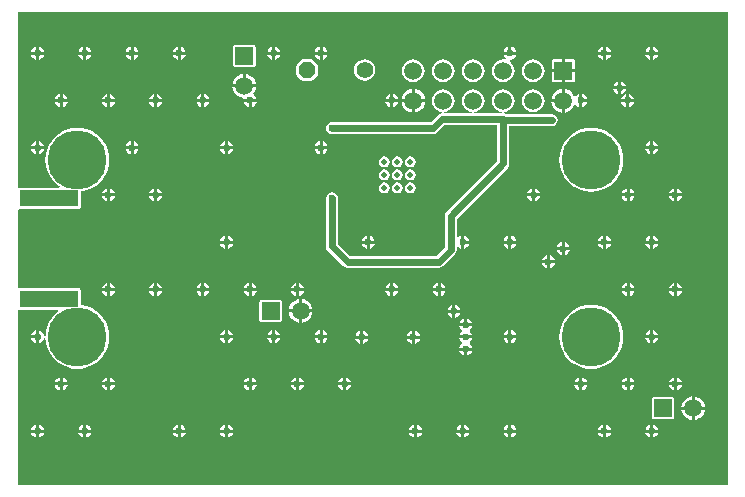
<source format=gbl>
G04 Layer_Physical_Order=2*
G04 Layer_Color=16711680*
%FSLAX44Y44*%
%MOMM*%
G71*
G01*
G75*
%ADD26R,5.0000X1.4000*%
%ADD28C,0.6000*%
%ADD39R,1.5000X1.5000*%
%ADD40C,1.5000*%
%ADD41R,1.5000X1.5000*%
%ADD42C,1.4000*%
%ADD43P,1.5154X8X22.5*%
%ADD44C,5.0000*%
%ADD45C,0.6000*%
%ADD46C,0.5000*%
G36*
X600285Y400427D02*
X600427Y400285D01*
X600504Y400100D01*
Y-100D01*
X600427Y-285D01*
X600285Y-427D01*
X600100Y-504D01*
X-100D01*
X-285Y-427D01*
X-427Y-285D01*
X-504Y-100D01*
Y147322D01*
X-358Y147532D01*
X766Y148257D01*
X1000Y148211D01*
X33862D01*
X34207Y146988D01*
X34081Y146911D01*
X30849Y144151D01*
X28089Y140919D01*
X25868Y137296D01*
X24242Y133369D01*
X23250Y129237D01*
X23009Y126177D01*
X21729Y126101D01*
X21469Y127412D01*
X20244Y129244D01*
X18412Y130469D01*
X17520Y130646D01*
Y125250D01*
Y119854D01*
X18412Y120031D01*
X20244Y121256D01*
X21469Y123088D01*
X21701Y124257D01*
X22981Y124182D01*
X23250Y120763D01*
X24242Y116631D01*
X25868Y112704D01*
X28089Y109081D01*
X30849Y105849D01*
X34081Y103089D01*
X37704Y100868D01*
X41631Y99242D01*
X45763Y98250D01*
X50000Y97916D01*
X54237Y98250D01*
X58369Y99242D01*
X62296Y100868D01*
X65919Y103089D01*
X69151Y105849D01*
X71911Y109081D01*
X74132Y112704D01*
X75758Y116631D01*
X76750Y120763D01*
X77084Y125000D01*
X76750Y129237D01*
X75758Y133369D01*
X74132Y137296D01*
X71911Y140919D01*
X69151Y144151D01*
X65919Y146911D01*
X62296Y149132D01*
X58369Y150758D01*
X54237Y151750D01*
X53039Y151844D01*
Y164250D01*
X52884Y165030D01*
X52442Y165692D01*
X51780Y166134D01*
X51000Y166289D01*
X1000D01*
X766Y166243D01*
X-358Y166968D01*
X-504Y167178D01*
Y232322D01*
X-358Y232532D01*
X766Y233257D01*
X1000Y233211D01*
X51000D01*
X51780Y233366D01*
X52442Y233808D01*
X52884Y234470D01*
X53039Y235250D01*
Y248156D01*
X54237Y248250D01*
X58369Y249242D01*
X62296Y250868D01*
X65919Y253089D01*
X69151Y255849D01*
X71911Y259081D01*
X74132Y262704D01*
X75758Y266631D01*
X76750Y270763D01*
X77084Y275000D01*
X76750Y279237D01*
X75758Y283369D01*
X74132Y287296D01*
X71911Y290919D01*
X69151Y294151D01*
X65919Y296911D01*
X62296Y299132D01*
X58369Y300758D01*
X54237Y301750D01*
X50000Y302083D01*
X45763Y301750D01*
X41631Y300758D01*
X37704Y299132D01*
X34081Y296911D01*
X30849Y294151D01*
X28089Y290919D01*
X25868Y287296D01*
X24242Y283369D01*
X23250Y279237D01*
X22917Y275000D01*
X23250Y270763D01*
X24242Y266631D01*
X25868Y262704D01*
X28089Y259081D01*
X30849Y255849D01*
X34081Y253089D01*
X35023Y252512D01*
X34678Y251289D01*
X1000D01*
X766Y251243D01*
X-358Y251968D01*
X-504Y252178D01*
Y400100D01*
X-427Y400285D01*
X-285Y400427D01*
X-100Y400504D01*
X600100D01*
X600285Y400427D01*
D02*
G37*
%LPC*%
G36*
X380020Y140646D02*
Y136520D01*
X384146D01*
X383969Y137412D01*
X382744Y139244D01*
X380912Y140469D01*
X380020Y140646D01*
D02*
G37*
G36*
X377480D02*
X376588Y140469D01*
X374756Y139244D01*
X373531Y137412D01*
X373354Y136520D01*
X377480D01*
Y140646D01*
D02*
G37*
G36*
X248959Y145730D02*
X240270D01*
Y137041D01*
X241621Y137218D01*
X244063Y138230D01*
X246161Y139839D01*
X247770Y141937D01*
X248782Y144379D01*
X248959Y145730D01*
D02*
G37*
G36*
X237730D02*
X229041D01*
X229218Y144379D01*
X230230Y141937D01*
X231839Y139839D01*
X233937Y138230D01*
X236379Y137218D01*
X237730Y137041D01*
Y145730D01*
D02*
G37*
G36*
X537520Y130646D02*
Y126520D01*
X541646D01*
X541469Y127412D01*
X540244Y129244D01*
X538412Y130469D01*
X537520Y130646D01*
D02*
G37*
G36*
X414980D02*
X414088Y130469D01*
X412256Y129244D01*
X411031Y127412D01*
X410854Y126520D01*
X414980D01*
Y130646D01*
D02*
G37*
G36*
X257520D02*
Y126520D01*
X261646D01*
X261469Y127412D01*
X260244Y129244D01*
X258412Y130469D01*
X257520Y130646D01*
D02*
G37*
G36*
X534980D02*
X534088Y130469D01*
X532256Y129244D01*
X531031Y127412D01*
X530854Y126520D01*
X534980D01*
Y130646D01*
D02*
G37*
G36*
X417520D02*
Y126520D01*
X421646D01*
X421469Y127412D01*
X420244Y129244D01*
X418412Y130469D01*
X417520Y130646D01*
D02*
G37*
G36*
X240270Y156959D02*
Y148270D01*
X248959D01*
X248782Y149621D01*
X247770Y152063D01*
X246161Y154161D01*
X244063Y155770D01*
X241621Y156782D01*
X240270Y156959D01*
D02*
G37*
G36*
X237730D02*
X236379Y156782D01*
X233937Y155770D01*
X231839Y154161D01*
X230230Y152063D01*
X229218Y149621D01*
X229041Y148270D01*
X237730D01*
Y156959D01*
D02*
G37*
G36*
X74980Y163980D02*
X70854D01*
X71031Y163088D01*
X72256Y161256D01*
X74088Y160032D01*
X74980Y159854D01*
Y163980D01*
D02*
G37*
G36*
X114980D02*
X110854D01*
X111032Y163088D01*
X112256Y161256D01*
X114088Y160032D01*
X114980Y159854D01*
Y163980D01*
D02*
G37*
G36*
X81646D02*
X77520D01*
Y159854D01*
X78412Y160032D01*
X80244Y161256D01*
X81469Y163088D01*
X81646Y163980D01*
D02*
G37*
G36*
X367480Y145480D02*
X363354D01*
X363531Y144588D01*
X364756Y142756D01*
X366588Y141531D01*
X367480Y141354D01*
Y145480D01*
D02*
G37*
G36*
X221100Y156539D02*
X206100D01*
X205320Y156384D01*
X204658Y155942D01*
X204216Y155280D01*
X204061Y154500D01*
Y139500D01*
X204216Y138720D01*
X204658Y138058D01*
X205320Y137616D01*
X206100Y137461D01*
X221100D01*
X221880Y137616D01*
X222542Y138058D01*
X222984Y138720D01*
X223139Y139500D01*
Y154500D01*
X222984Y155280D01*
X222542Y155942D01*
X221880Y156384D01*
X221100Y156539D01*
D02*
G37*
G36*
X374146Y145480D02*
X370020D01*
Y141354D01*
X370912Y141531D01*
X372744Y142756D01*
X373969Y144588D01*
X374146Y145480D01*
D02*
G37*
G36*
X370020Y152146D02*
Y148020D01*
X374146D01*
X373969Y148912D01*
X372744Y150744D01*
X370912Y151969D01*
X370020Y152146D01*
D02*
G37*
G36*
X367480D02*
X366588Y151969D01*
X364756Y150744D01*
X363531Y148912D01*
X363354Y148020D01*
X367480D01*
Y152146D01*
D02*
G37*
G36*
X254980Y130646D02*
X254088Y130469D01*
X252256Y129244D01*
X251031Y127412D01*
X250854Y126520D01*
X254980D01*
Y130646D01*
D02*
G37*
G36*
X414980Y123980D02*
X410854D01*
X411031Y123088D01*
X412256Y121256D01*
X414088Y120031D01*
X414980Y119854D01*
Y123980D01*
D02*
G37*
G36*
X261646D02*
X257520D01*
Y119854D01*
X258412Y120031D01*
X260244Y121256D01*
X261469Y123088D01*
X261646Y123980D01*
D02*
G37*
G36*
X421646D02*
X417520D01*
Y119854D01*
X418412Y120031D01*
X420244Y121256D01*
X421469Y123088D01*
X421646Y123980D01*
D02*
G37*
G36*
X541646D02*
X537520D01*
Y119854D01*
X538412Y120031D01*
X540244Y121256D01*
X541469Y123088D01*
X541646Y123980D01*
D02*
G37*
G36*
X534980D02*
X530854D01*
X531031Y123088D01*
X532256Y121256D01*
X534088Y120031D01*
X534980Y119854D01*
Y123980D01*
D02*
G37*
G36*
X181646D02*
X177520D01*
Y119854D01*
X178412Y120031D01*
X180244Y121256D01*
X181469Y123088D01*
X181646Y123980D01*
D02*
G37*
G36*
X174980D02*
X170854D01*
X171031Y123088D01*
X172256Y121256D01*
X174088Y120031D01*
X174980Y119854D01*
Y123980D01*
D02*
G37*
G36*
X214980D02*
X210854D01*
X211031Y123088D01*
X212256Y121256D01*
X214088Y120031D01*
X214980Y119854D01*
Y123980D01*
D02*
G37*
G36*
X254980D02*
X250854D01*
X251031Y123088D01*
X252256Y121256D01*
X254088Y120031D01*
X254980Y119854D01*
Y123980D01*
D02*
G37*
G36*
X221646D02*
X217520D01*
Y119854D01*
X218412Y120031D01*
X220244Y121256D01*
X221469Y123088D01*
X221646Y123980D01*
D02*
G37*
G36*
X174980Y130646D02*
X174088Y130469D01*
X172256Y129244D01*
X171031Y127412D01*
X170854Y126520D01*
X174980D01*
Y130646D01*
D02*
G37*
G36*
X14980D02*
X14088Y130469D01*
X12256Y129244D01*
X11032Y127412D01*
X10854Y126520D01*
X14980D01*
Y130646D01*
D02*
G37*
G36*
X177520D02*
Y126520D01*
X181646D01*
X181469Y127412D01*
X180244Y129244D01*
X178412Y130469D01*
X177520Y130646D01*
D02*
G37*
G36*
X217520D02*
Y126520D01*
X221646D01*
X221469Y127412D01*
X220244Y129244D01*
X218412Y130469D01*
X217520Y130646D01*
D02*
G37*
G36*
X214980D02*
X214088Y130469D01*
X212256Y129244D01*
X211031Y127412D01*
X210854Y126520D01*
X214980D01*
Y130646D01*
D02*
G37*
G36*
X292020Y130146D02*
Y126020D01*
X296146D01*
X295968Y126912D01*
X294744Y128744D01*
X292912Y129969D01*
X292020Y130146D01*
D02*
G37*
G36*
X289480D02*
X288588Y129969D01*
X286756Y128744D01*
X285531Y126912D01*
X285354Y126020D01*
X289480D01*
Y130146D01*
D02*
G37*
G36*
X333230D02*
X332338Y129969D01*
X330506Y128744D01*
X329281Y126912D01*
X329104Y126020D01*
X333230D01*
Y130146D01*
D02*
G37*
G36*
X384146Y133980D02*
X373354D01*
X373531Y133088D01*
X374756Y131256D01*
X375498Y130760D01*
Y129490D01*
X374756Y128994D01*
X373531Y127162D01*
X373354Y126270D01*
X384146D01*
X383969Y127162D01*
X382744Y128994D01*
X382002Y129490D01*
Y130760D01*
X382744Y131256D01*
X383969Y133088D01*
X384146Y133980D01*
D02*
G37*
G36*
X335770Y130146D02*
Y126020D01*
X339896D01*
X339719Y126912D01*
X338494Y128744D01*
X336662Y129969D01*
X335770Y130146D01*
D02*
G37*
G36*
X317520Y170646D02*
Y166520D01*
X321646D01*
X321469Y167412D01*
X320244Y169244D01*
X318412Y170469D01*
X317520Y170646D01*
D02*
G37*
G36*
X314980D02*
X314088Y170469D01*
X312256Y169244D01*
X311031Y167412D01*
X310854Y166520D01*
X314980D01*
Y170646D01*
D02*
G37*
G36*
X354980D02*
X354088Y170469D01*
X352256Y169244D01*
X351031Y167412D01*
X350854Y166520D01*
X354980D01*
Y170646D01*
D02*
G37*
G36*
X514980D02*
X514088Y170469D01*
X512256Y169244D01*
X511031Y167412D01*
X510854Y166520D01*
X514980D01*
Y170646D01*
D02*
G37*
G36*
X357520D02*
Y166520D01*
X361646D01*
X361469Y167412D01*
X360244Y169244D01*
X358412Y170469D01*
X357520Y170646D01*
D02*
G37*
G36*
X194980D02*
X194088Y170469D01*
X192256Y169244D01*
X191031Y167412D01*
X190854Y166520D01*
X194980D01*
Y170646D01*
D02*
G37*
G36*
X157520D02*
Y166520D01*
X161646D01*
X161469Y167412D01*
X160244Y169244D01*
X158412Y170469D01*
X157520Y170646D01*
D02*
G37*
G36*
X197520D02*
Y166520D01*
X201646D01*
X201469Y167412D01*
X200244Y169244D01*
X198412Y170469D01*
X197520Y170646D01*
D02*
G37*
G36*
X237520D02*
Y166520D01*
X241646D01*
X241469Y167412D01*
X240244Y169244D01*
X238412Y170469D01*
X237520Y170646D01*
D02*
G37*
G36*
X234980D02*
X234088Y170469D01*
X232256Y169244D01*
X231031Y167412D01*
X230854Y166520D01*
X234980D01*
Y170646D01*
D02*
G37*
G36*
X450020Y194146D02*
Y190020D01*
X454146D01*
X453969Y190912D01*
X452744Y192744D01*
X450912Y193969D01*
X450020Y194146D01*
D02*
G37*
G36*
X447480D02*
X446588Y193969D01*
X444756Y192744D01*
X443531Y190912D01*
X443354Y190020D01*
X447480D01*
Y194146D01*
D02*
G37*
G36*
X459980Y198480D02*
X455854D01*
X456031Y197588D01*
X457256Y195756D01*
X459088Y194531D01*
X459980Y194354D01*
Y198480D01*
D02*
G37*
G36*
X174980Y203980D02*
X170854D01*
X171031Y203088D01*
X172256Y201256D01*
X174088Y200032D01*
X174980Y199854D01*
Y203980D01*
D02*
G37*
G36*
X466646Y198480D02*
X462520D01*
Y194354D01*
X463412Y194531D01*
X465244Y195756D01*
X466469Y197588D01*
X466646Y198480D01*
D02*
G37*
G36*
X554980Y170646D02*
X554088Y170469D01*
X552256Y169244D01*
X551031Y167412D01*
X550854Y166520D01*
X554980D01*
Y170646D01*
D02*
G37*
G36*
X517520D02*
Y166520D01*
X521646D01*
X521469Y167412D01*
X520244Y169244D01*
X518412Y170469D01*
X517520Y170646D01*
D02*
G37*
G36*
X557520D02*
Y166520D01*
X561646D01*
X561469Y167412D01*
X560244Y169244D01*
X558412Y170469D01*
X557520Y170646D01*
D02*
G37*
G36*
X454146Y187480D02*
X450020D01*
Y183354D01*
X450912Y183531D01*
X452744Y184756D01*
X453969Y186588D01*
X454146Y187480D01*
D02*
G37*
G36*
X447480D02*
X443354D01*
X443531Y186588D01*
X444756Y184756D01*
X446588Y183531D01*
X447480Y183354D01*
Y187480D01*
D02*
G37*
G36*
X241646Y163980D02*
X237520D01*
Y159854D01*
X238412Y160032D01*
X240244Y161256D01*
X241469Y163088D01*
X241646Y163980D01*
D02*
G37*
G36*
X234980D02*
X230854D01*
X231031Y163088D01*
X232256Y161256D01*
X234088Y160032D01*
X234980Y159854D01*
Y163980D01*
D02*
G37*
G36*
X314980D02*
X310854D01*
X311031Y163088D01*
X312256Y161256D01*
X314088Y160032D01*
X314980Y159854D01*
Y163980D01*
D02*
G37*
G36*
X354980D02*
X350854D01*
X351031Y163088D01*
X352256Y161256D01*
X354088Y160032D01*
X354980Y159854D01*
Y163980D01*
D02*
G37*
G36*
X321646D02*
X317520D01*
Y159854D01*
X318412Y160032D01*
X320244Y161256D01*
X321469Y163088D01*
X321646Y163980D01*
D02*
G37*
G36*
X154980D02*
X150854D01*
X151031Y163088D01*
X152256Y161256D01*
X154088Y160032D01*
X154980Y159854D01*
Y163980D01*
D02*
G37*
G36*
X121646D02*
X117520D01*
Y159854D01*
X118412Y160032D01*
X120244Y161256D01*
X121469Y163088D01*
X121646Y163980D01*
D02*
G37*
G36*
X161646D02*
X157520D01*
Y159854D01*
X158412Y160032D01*
X160244Y161256D01*
X161469Y163088D01*
X161646Y163980D01*
D02*
G37*
G36*
X201646D02*
X197520D01*
Y159854D01*
X198412Y160032D01*
X200244Y161256D01*
X201469Y163088D01*
X201646Y163980D01*
D02*
G37*
G36*
X194980D02*
X190854D01*
X191031Y163088D01*
X192256Y161256D01*
X194088Y160032D01*
X194980Y159854D01*
Y163980D01*
D02*
G37*
G36*
X77520Y170646D02*
Y166520D01*
X81646D01*
X81469Y167412D01*
X80244Y169244D01*
X78412Y170469D01*
X77520Y170646D01*
D02*
G37*
G36*
X74980D02*
X74088Y170469D01*
X72256Y169244D01*
X71031Y167412D01*
X70854Y166520D01*
X74980D01*
Y170646D01*
D02*
G37*
G36*
X114980D02*
X114088Y170469D01*
X112256Y169244D01*
X111032Y167412D01*
X110854Y166520D01*
X114980D01*
Y170646D01*
D02*
G37*
G36*
X154980D02*
X154088Y170469D01*
X152256Y169244D01*
X151031Y167412D01*
X150854Y166520D01*
X154980D01*
Y170646D01*
D02*
G37*
G36*
X117520D02*
Y166520D01*
X121646D01*
X121469Y167412D01*
X120244Y169244D01*
X118412Y170469D01*
X117520Y170646D01*
D02*
G37*
G36*
X514980Y163980D02*
X510854D01*
X511031Y163088D01*
X512256Y161256D01*
X514088Y160032D01*
X514980Y159854D01*
Y163980D01*
D02*
G37*
G36*
X361646D02*
X357520D01*
Y159854D01*
X358412Y160032D01*
X360244Y161256D01*
X361469Y163088D01*
X361646Y163980D01*
D02*
G37*
G36*
X521646D02*
X517520D01*
Y159854D01*
X518412Y160032D01*
X520244Y161256D01*
X521469Y163088D01*
X521646Y163980D01*
D02*
G37*
G36*
X561646D02*
X557520D01*
Y159854D01*
X558412Y160032D01*
X560244Y161256D01*
X561469Y163088D01*
X561646Y163980D01*
D02*
G37*
G36*
X554980D02*
X550854D01*
X551031Y163088D01*
X552256Y161256D01*
X554088Y160032D01*
X554980Y159854D01*
Y163980D01*
D02*
G37*
G36*
X14980Y123980D02*
X10854D01*
X11032Y123088D01*
X12256Y121256D01*
X14088Y120031D01*
X14980Y119854D01*
Y123980D01*
D02*
G37*
G36*
X334980Y50646D02*
X334088Y50469D01*
X332256Y49244D01*
X331031Y47412D01*
X330854Y46520D01*
X334980D01*
Y50646D01*
D02*
G37*
G36*
X177520D02*
Y46520D01*
X181646D01*
X181469Y47412D01*
X180244Y49244D01*
X178412Y50469D01*
X177520Y50646D01*
D02*
G37*
G36*
X337520D02*
Y46520D01*
X341646D01*
X341469Y47412D01*
X340244Y49244D01*
X338412Y50469D01*
X337520Y50646D01*
D02*
G37*
G36*
X377520D02*
Y46520D01*
X381646D01*
X381469Y47412D01*
X380244Y49244D01*
X378412Y50469D01*
X377520Y50646D01*
D02*
G37*
G36*
X374980D02*
X374088Y50469D01*
X372256Y49244D01*
X371031Y47412D01*
X370854Y46520D01*
X374980D01*
Y50646D01*
D02*
G37*
G36*
X57520D02*
Y46520D01*
X61646D01*
X61469Y47412D01*
X60244Y49244D01*
X58412Y50469D01*
X57520Y50646D01*
D02*
G37*
G36*
X54980D02*
X54088Y50469D01*
X52256Y49244D01*
X51031Y47412D01*
X50854Y46520D01*
X54980D01*
Y50646D01*
D02*
G37*
G36*
X134980D02*
X134088Y50469D01*
X132256Y49244D01*
X131032Y47412D01*
X130854Y46520D01*
X134980D01*
Y50646D01*
D02*
G37*
G36*
X174980D02*
X174088Y50469D01*
X172256Y49244D01*
X171031Y47412D01*
X170854Y46520D01*
X174980D01*
Y50646D01*
D02*
G37*
G36*
X137520D02*
Y46520D01*
X141646D01*
X141469Y47412D01*
X140244Y49244D01*
X138412Y50469D01*
X137520Y50646D01*
D02*
G37*
G36*
X570130Y63480D02*
X561441D01*
X561618Y62129D01*
X562630Y59687D01*
X564239Y57589D01*
X566337Y55980D01*
X568779Y54968D01*
X570130Y54791D01*
Y63480D01*
D02*
G37*
G36*
X537520Y50646D02*
Y46520D01*
X541646D01*
X541469Y47412D01*
X540244Y49244D01*
X538412Y50469D01*
X537520Y50646D01*
D02*
G37*
G36*
X581359Y63480D02*
X572670D01*
Y54791D01*
X574021Y54968D01*
X576463Y55980D01*
X578561Y57589D01*
X580170Y59687D01*
X581182Y62129D01*
X581359Y63480D01*
D02*
G37*
G36*
X570130Y74709D02*
X568779Y74532D01*
X566337Y73520D01*
X564239Y71911D01*
X562630Y69813D01*
X561618Y67371D01*
X561441Y66020D01*
X570130D01*
Y74709D01*
D02*
G37*
G36*
X553500Y74289D02*
X538500D01*
X537720Y74134D01*
X537058Y73692D01*
X536616Y73030D01*
X536461Y72250D01*
Y57250D01*
X536616Y56470D01*
X537058Y55808D01*
X537720Y55366D01*
X538500Y55211D01*
X553500D01*
X554280Y55366D01*
X554942Y55808D01*
X555384Y56470D01*
X555539Y57250D01*
Y72250D01*
X555384Y73030D01*
X554942Y73692D01*
X554280Y74134D01*
X553500Y74289D01*
D02*
G37*
G36*
X417520Y50646D02*
Y46520D01*
X421646D01*
X421469Y47412D01*
X420244Y49244D01*
X418412Y50469D01*
X417520Y50646D01*
D02*
G37*
G36*
X414980D02*
X414088Y50469D01*
X412256Y49244D01*
X411031Y47412D01*
X410854Y46520D01*
X414980D01*
Y50646D01*
D02*
G37*
G36*
X494980D02*
X494088Y50469D01*
X492256Y49244D01*
X491031Y47412D01*
X490854Y46520D01*
X494980D01*
Y50646D01*
D02*
G37*
G36*
X534980D02*
X534088Y50469D01*
X532256Y49244D01*
X531031Y47412D01*
X530854Y46520D01*
X534980D01*
Y50646D01*
D02*
G37*
G36*
X497520D02*
Y46520D01*
X501646D01*
X501469Y47412D01*
X500244Y49244D01*
X498412Y50469D01*
X497520Y50646D01*
D02*
G37*
G36*
X174980Y43980D02*
X170854D01*
X171031Y43088D01*
X172256Y41256D01*
X174088Y40031D01*
X174980Y39854D01*
Y43980D01*
D02*
G37*
G36*
X141646D02*
X137520D01*
Y39854D01*
X138412Y40031D01*
X140244Y41256D01*
X141469Y43088D01*
X141646Y43980D01*
D02*
G37*
G36*
X181646D02*
X177520D01*
Y39854D01*
X178412Y40031D01*
X180244Y41256D01*
X181469Y43088D01*
X181646Y43980D01*
D02*
G37*
G36*
X341646D02*
X337520D01*
Y39854D01*
X338412Y40031D01*
X340244Y41256D01*
X341469Y43088D01*
X341646Y43980D01*
D02*
G37*
G36*
X334980D02*
X330854D01*
X331031Y43088D01*
X332256Y41256D01*
X334088Y40031D01*
X334980Y39854D01*
Y43980D01*
D02*
G37*
G36*
X21646D02*
X17520D01*
Y39854D01*
X18412Y40031D01*
X20244Y41256D01*
X21469Y43088D01*
X21646Y43980D01*
D02*
G37*
G36*
X14980D02*
X10854D01*
X11032Y43088D01*
X12256Y41256D01*
X14088Y40031D01*
X14980Y39854D01*
Y43980D01*
D02*
G37*
G36*
X54980D02*
X50854D01*
X51031Y43088D01*
X52256Y41256D01*
X54088Y40031D01*
X54980Y39854D01*
Y43980D01*
D02*
G37*
G36*
X134980D02*
X130854D01*
X131032Y43088D01*
X132256Y41256D01*
X134088Y40031D01*
X134980Y39854D01*
Y43980D01*
D02*
G37*
G36*
X61646D02*
X57520D01*
Y39854D01*
X58412Y40031D01*
X60244Y41256D01*
X61469Y43088D01*
X61646Y43980D01*
D02*
G37*
G36*
X534980D02*
X530854D01*
X531031Y43088D01*
X532256Y41256D01*
X534088Y40031D01*
X534980Y39854D01*
Y43980D01*
D02*
G37*
G36*
X501646D02*
X497520D01*
Y39854D01*
X498412Y40031D01*
X500244Y41256D01*
X501469Y43088D01*
X501646Y43980D01*
D02*
G37*
G36*
X541646D02*
X537520D01*
Y39854D01*
X538412Y40031D01*
X540244Y41256D01*
X541469Y43088D01*
X541646Y43980D01*
D02*
G37*
G36*
X17520Y50646D02*
Y46520D01*
X21646D01*
X21469Y47412D01*
X20244Y49244D01*
X18412Y50469D01*
X17520Y50646D01*
D02*
G37*
G36*
X14980D02*
X14088Y50469D01*
X12256Y49244D01*
X11032Y47412D01*
X10854Y46520D01*
X14980D01*
Y50646D01*
D02*
G37*
G36*
X381646Y43980D02*
X377520D01*
Y39854D01*
X378412Y40031D01*
X380244Y41256D01*
X381469Y43088D01*
X381646Y43980D01*
D02*
G37*
G36*
X374980D02*
X370854D01*
X371031Y43088D01*
X372256Y41256D01*
X374088Y40031D01*
X374980Y39854D01*
Y43980D01*
D02*
G37*
G36*
X414980D02*
X410854D01*
X411031Y43088D01*
X412256Y41256D01*
X414088Y40031D01*
X414980Y39854D01*
Y43980D01*
D02*
G37*
G36*
X494980D02*
X490854D01*
X491031Y43088D01*
X492256Y41256D01*
X494088Y40031D01*
X494980Y39854D01*
Y43980D01*
D02*
G37*
G36*
X421646D02*
X417520D01*
Y39854D01*
X418412Y40031D01*
X420244Y41256D01*
X421469Y43088D01*
X421646Y43980D01*
D02*
G37*
G36*
X572670Y74709D02*
Y66020D01*
X581359D01*
X581182Y67371D01*
X580170Y69813D01*
X578561Y71911D01*
X576463Y73520D01*
X574021Y74532D01*
X572670Y74709D01*
D02*
G37*
G36*
X474980Y90646D02*
X474088Y90469D01*
X472256Y89244D01*
X471031Y87412D01*
X470854Y86520D01*
X474980D01*
Y90646D01*
D02*
G37*
G36*
X277520D02*
Y86520D01*
X281646D01*
X281469Y87412D01*
X280244Y89244D01*
X278412Y90469D01*
X277520Y90646D01*
D02*
G37*
G36*
X477520D02*
Y86520D01*
X481646D01*
X481469Y87412D01*
X480244Y89244D01*
X478412Y90469D01*
X477520Y90646D01*
D02*
G37*
G36*
X517520D02*
Y86520D01*
X521646D01*
X521469Y87412D01*
X520244Y89244D01*
X518412Y90469D01*
X517520Y90646D01*
D02*
G37*
G36*
X514980D02*
X514088Y90469D01*
X512256Y89244D01*
X511031Y87412D01*
X510854Y86520D01*
X514980D01*
Y90646D01*
D02*
G37*
G36*
X197520D02*
Y86520D01*
X201646D01*
X201469Y87412D01*
X200244Y89244D01*
X198412Y90469D01*
X197520Y90646D01*
D02*
G37*
G36*
X194980D02*
X194088Y90469D01*
X192256Y89244D01*
X191031Y87412D01*
X190854Y86520D01*
X194980D01*
Y90646D01*
D02*
G37*
G36*
X234980D02*
X234088Y90469D01*
X232256Y89244D01*
X231031Y87412D01*
X230854Y86520D01*
X234980D01*
Y90646D01*
D02*
G37*
G36*
X274980D02*
X274088Y90469D01*
X272256Y89244D01*
X271031Y87412D01*
X270854Y86520D01*
X274980D01*
Y90646D01*
D02*
G37*
G36*
X237520D02*
Y86520D01*
X241646D01*
X241469Y87412D01*
X240244Y89244D01*
X238412Y90469D01*
X237520Y90646D01*
D02*
G37*
G36*
X289480Y123480D02*
X285354D01*
X285531Y122588D01*
X286756Y120756D01*
X288588Y119531D01*
X289480Y119354D01*
Y123480D01*
D02*
G37*
G36*
X384146Y123730D02*
X373354D01*
X373531Y122838D01*
X374756Y121006D01*
X375498Y120510D01*
Y119240D01*
X374756Y118744D01*
X373531Y116912D01*
X373354Y116020D01*
X384146D01*
X383969Y116912D01*
X382744Y118744D01*
X382002Y119240D01*
Y120510D01*
X382744Y121006D01*
X383969Y122838D01*
X384146Y123730D01*
D02*
G37*
G36*
X296146Y123480D02*
X292020D01*
Y119354D01*
X292912Y119531D01*
X294744Y120756D01*
X295968Y122588D01*
X296146Y123480D01*
D02*
G37*
G36*
X339896D02*
X335770D01*
Y119354D01*
X336662Y119531D01*
X338494Y120756D01*
X339719Y122588D01*
X339896Y123480D01*
D02*
G37*
G36*
X333230D02*
X329104D01*
X329281Y122588D01*
X330506Y120756D01*
X332338Y119531D01*
X333230Y119354D01*
Y123480D01*
D02*
G37*
G36*
X557520Y90646D02*
Y86520D01*
X561646D01*
X561469Y87412D01*
X560244Y89244D01*
X558412Y90469D01*
X557520Y90646D01*
D02*
G37*
G36*
X554980D02*
X554088Y90469D01*
X552256Y89244D01*
X551031Y87412D01*
X550854Y86520D01*
X554980D01*
Y90646D01*
D02*
G37*
G36*
X485000Y152084D02*
X480763Y151750D01*
X476631Y150758D01*
X472704Y149132D01*
X469081Y146911D01*
X465849Y144151D01*
X463089Y140919D01*
X460868Y137296D01*
X459242Y133369D01*
X458250Y129237D01*
X457916Y125000D01*
X458250Y120763D01*
X459242Y116631D01*
X460868Y112704D01*
X463089Y109081D01*
X465849Y105849D01*
X469081Y103089D01*
X472704Y100868D01*
X476631Y99242D01*
X480763Y98250D01*
X485000Y97916D01*
X489237Y98250D01*
X493369Y99242D01*
X497296Y100868D01*
X500919Y103089D01*
X504151Y105849D01*
X506911Y109081D01*
X509132Y112704D01*
X510758Y116631D01*
X511750Y120763D01*
X512084Y125000D01*
X511750Y129237D01*
X510758Y133369D01*
X509132Y137296D01*
X506911Y140919D01*
X504151Y144151D01*
X500919Y146911D01*
X497296Y149132D01*
X493369Y150758D01*
X489237Y151750D01*
X485000Y152084D01*
D02*
G37*
G36*
X384146Y113480D02*
X380020D01*
Y109354D01*
X380912Y109531D01*
X382744Y110756D01*
X383969Y112588D01*
X384146Y113480D01*
D02*
G37*
G36*
X377480D02*
X373354D01*
X373531Y112588D01*
X374756Y110756D01*
X376588Y109531D01*
X377480Y109354D01*
Y113480D01*
D02*
G37*
G36*
X234980Y83980D02*
X230854D01*
X231031Y83088D01*
X232256Y81256D01*
X234088Y80031D01*
X234980Y79854D01*
Y83980D01*
D02*
G37*
G36*
X201646D02*
X197520D01*
Y79854D01*
X198412Y80031D01*
X200244Y81256D01*
X201469Y83088D01*
X201646Y83980D01*
D02*
G37*
G36*
X241646D02*
X237520D01*
Y79854D01*
X238412Y80031D01*
X240244Y81256D01*
X241469Y83088D01*
X241646Y83980D01*
D02*
G37*
G36*
X281646D02*
X277520D01*
Y79854D01*
X278412Y80031D01*
X280244Y81256D01*
X281469Y83088D01*
X281646Y83980D01*
D02*
G37*
G36*
X274980D02*
X270854D01*
X271031Y83088D01*
X272256Y81256D01*
X274088Y80031D01*
X274980Y79854D01*
Y83980D01*
D02*
G37*
G36*
X41646D02*
X37520D01*
Y79854D01*
X38412Y80031D01*
X40244Y81256D01*
X41469Y83088D01*
X41646Y83980D01*
D02*
G37*
G36*
X34980D02*
X30854D01*
X31031Y83088D01*
X32256Y81256D01*
X34088Y80031D01*
X34980Y79854D01*
Y83980D01*
D02*
G37*
G36*
X74980D02*
X70854D01*
X71031Y83088D01*
X72256Y81256D01*
X74088Y80031D01*
X74980Y79854D01*
Y83980D01*
D02*
G37*
G36*
X194980D02*
X190854D01*
X191031Y83088D01*
X192256Y81256D01*
X194088Y80031D01*
X194980Y79854D01*
Y83980D01*
D02*
G37*
G36*
X81646D02*
X77520D01*
Y79854D01*
X78412Y80031D01*
X80244Y81256D01*
X81469Y83088D01*
X81646Y83980D01*
D02*
G37*
G36*
X34980Y90646D02*
X34088Y90469D01*
X32256Y89244D01*
X31031Y87412D01*
X30854Y86520D01*
X34980D01*
Y90646D01*
D02*
G37*
G36*
X561646Y83980D02*
X557520D01*
Y79854D01*
X558412Y80031D01*
X560244Y81256D01*
X561469Y83088D01*
X561646Y83980D01*
D02*
G37*
G36*
X37520Y90646D02*
Y86520D01*
X41646D01*
X41469Y87412D01*
X40244Y89244D01*
X38412Y90469D01*
X37520Y90646D01*
D02*
G37*
G36*
X77520D02*
Y86520D01*
X81646D01*
X81469Y87412D01*
X80244Y89244D01*
X78412Y90469D01*
X77520Y90646D01*
D02*
G37*
G36*
X74980D02*
X74088Y90469D01*
X72256Y89244D01*
X71031Y87412D01*
X70854Y86520D01*
X74980D01*
Y90646D01*
D02*
G37*
G36*
X481646Y83980D02*
X477520D01*
Y79854D01*
X478412Y80031D01*
X480244Y81256D01*
X481469Y83088D01*
X481646Y83980D01*
D02*
G37*
G36*
X474980D02*
X470854D01*
X471031Y83088D01*
X472256Y81256D01*
X474088Y80031D01*
X474980Y79854D01*
Y83980D01*
D02*
G37*
G36*
X514980D02*
X510854D01*
X511031Y83088D01*
X512256Y81256D01*
X514088Y80031D01*
X514980Y79854D01*
Y83980D01*
D02*
G37*
G36*
X554980D02*
X550854D01*
X551031Y83088D01*
X552256Y81256D01*
X554088Y80031D01*
X554980Y79854D01*
Y83980D01*
D02*
G37*
G36*
X521646D02*
X517520D01*
Y79854D01*
X518412Y80031D01*
X520244Y81256D01*
X521469Y83088D01*
X521646Y83980D01*
D02*
G37*
G36*
X181646Y203980D02*
X177520D01*
Y199854D01*
X178412Y200032D01*
X180244Y201256D01*
X181469Y203088D01*
X181646Y203980D01*
D02*
G37*
G36*
X477520Y330646D02*
Y326520D01*
X481646D01*
X481469Y327412D01*
X480244Y329244D01*
X478412Y330469D01*
X477520Y330646D01*
D02*
G37*
G36*
X317520D02*
Y326520D01*
X321646D01*
X321469Y327412D01*
X320244Y329244D01*
X318412Y330469D01*
X317520Y330646D01*
D02*
G37*
G36*
X514505Y330662D02*
X513614Y330484D01*
X511781Y329260D01*
X510557Y327427D01*
X510379Y326536D01*
X514505D01*
Y330662D01*
D02*
G37*
G36*
X507930Y334530D02*
X503804D01*
X503981Y333638D01*
X505206Y331806D01*
X507038Y330581D01*
X507930Y330404D01*
Y334530D01*
D02*
G37*
G36*
X517045Y330662D02*
Y326536D01*
X521171D01*
X520994Y327427D01*
X519769Y329260D01*
X517937Y330484D01*
X517045Y330662D01*
D02*
G37*
G36*
X154980Y330646D02*
X154088Y330469D01*
X152256Y329244D01*
X151031Y327412D01*
X150854Y326520D01*
X154980D01*
Y330646D01*
D02*
G37*
G36*
X117520D02*
Y326520D01*
X121646D01*
X121469Y327412D01*
X120244Y329244D01*
X118412Y330469D01*
X117520Y330646D01*
D02*
G37*
G36*
X157520D02*
Y326520D01*
X161646D01*
X161469Y327412D01*
X160244Y329244D01*
X158412Y330469D01*
X157520Y330646D01*
D02*
G37*
G36*
X314980D02*
X314088Y330469D01*
X312256Y329244D01*
X311031Y327412D01*
X310854Y326520D01*
X314980D01*
Y330646D01*
D02*
G37*
G36*
X201209Y336230D02*
X191250D01*
X181291D01*
X181468Y334879D01*
X182480Y332437D01*
X184089Y330339D01*
X186187Y328730D01*
X188629Y327718D01*
X190109Y327524D01*
X190828Y326520D01*
X201646D01*
X201469Y327412D01*
X200244Y329244D01*
X199249Y329909D01*
X199042Y331162D01*
X200020Y332437D01*
X201032Y334879D01*
X201209Y336230D01*
D02*
G37*
G36*
X471640Y349280D02*
X462820D01*
Y340460D01*
X469050D01*
X470041Y340657D01*
X470881Y341219D01*
X471443Y342059D01*
X471640Y343050D01*
Y349280D01*
D02*
G37*
G36*
X460280D02*
X451460D01*
Y343050D01*
X451657Y342059D01*
X452219Y341219D01*
X453059Y340657D01*
X454050Y340460D01*
X460280D01*
Y349280D01*
D02*
G37*
G36*
X334400Y360082D02*
X331920Y359756D01*
X329609Y358798D01*
X327625Y357276D01*
X326102Y355291D01*
X325145Y352980D01*
X324818Y350500D01*
X325145Y348020D01*
X326102Y345709D01*
X327625Y343725D01*
X329609Y342202D01*
X331920Y341245D01*
X334400Y340918D01*
X336880Y341245D01*
X339191Y342202D01*
X341175Y343725D01*
X342698Y345709D01*
X343655Y348020D01*
X343982Y350500D01*
X343655Y352980D01*
X342698Y355291D01*
X341175Y357276D01*
X339191Y358798D01*
X336880Y359756D01*
X334400Y360082D01*
D02*
G37*
G36*
X385200D02*
X382720Y359756D01*
X380409Y358798D01*
X378424Y357276D01*
X376902Y355291D01*
X375945Y352980D01*
X375618Y350500D01*
X375945Y348020D01*
X376902Y345709D01*
X378424Y343725D01*
X380409Y342202D01*
X382720Y341245D01*
X385200Y340918D01*
X387680Y341245D01*
X389991Y342202D01*
X391975Y343725D01*
X393498Y345709D01*
X394455Y348020D01*
X394782Y350500D01*
X394455Y352980D01*
X393498Y355291D01*
X391975Y357276D01*
X389991Y358798D01*
X387680Y359756D01*
X385200Y360082D01*
D02*
G37*
G36*
X359800D02*
X357320Y359756D01*
X355009Y358798D01*
X353024Y357276D01*
X351502Y355291D01*
X350545Y352980D01*
X350218Y350500D01*
X350545Y348020D01*
X351502Y345709D01*
X353024Y343725D01*
X355009Y342202D01*
X357320Y341245D01*
X359800Y340918D01*
X362280Y341245D01*
X364591Y342202D01*
X366575Y343725D01*
X368098Y345709D01*
X369055Y348020D01*
X369382Y350500D01*
X369055Y352980D01*
X368098Y355291D01*
X366575Y357276D01*
X364591Y358798D01*
X362280Y359756D01*
X359800Y360082D01*
D02*
G37*
G36*
X507930Y341196D02*
X507038Y341018D01*
X505206Y339794D01*
X503981Y337962D01*
X503804Y337070D01*
X507930D01*
Y341196D01*
D02*
G37*
G36*
X514596Y334530D02*
X510470D01*
Y330404D01*
X511362Y330581D01*
X513194Y331806D01*
X514419Y333638D01*
X514596Y334530D01*
D02*
G37*
G36*
X510470Y341196D02*
Y337070D01*
X514596D01*
X514419Y337962D01*
X513194Y339794D01*
X511362Y341018D01*
X510470Y341196D01*
D02*
G37*
G36*
X192520Y347459D02*
Y338770D01*
X201209D01*
X201032Y340121D01*
X200020Y342563D01*
X198411Y344661D01*
X196313Y346270D01*
X193871Y347282D01*
X192520Y347459D01*
D02*
G37*
G36*
X189980D02*
X188629Y347282D01*
X186187Y346270D01*
X184089Y344661D01*
X182480Y342563D01*
X181468Y340121D01*
X181291Y338770D01*
X189980D01*
Y347459D01*
D02*
G37*
G36*
X314980Y323980D02*
X310854D01*
X311031Y323088D01*
X312256Y321256D01*
X314088Y320031D01*
X314980Y319854D01*
Y323980D01*
D02*
G37*
G36*
X201646D02*
X197520D01*
Y319854D01*
X198412Y320031D01*
X200244Y321256D01*
X201469Y323088D01*
X201646Y323980D01*
D02*
G37*
G36*
X321646D02*
X317520D01*
Y319854D01*
X318412Y320031D01*
X320244Y321256D01*
X321469Y323088D01*
X321646Y323980D01*
D02*
G37*
G36*
X481646D02*
X477520D01*
Y319854D01*
X478412Y320031D01*
X480244Y321256D01*
X481469Y323088D01*
X481646Y323980D01*
D02*
G37*
G36*
X462470Y334859D02*
Y324900D01*
Y314941D01*
X463821Y315118D01*
X466263Y316130D01*
X468361Y317739D01*
X469970Y319837D01*
X470623Y321414D01*
X472056Y321555D01*
X472256Y321256D01*
X474088Y320031D01*
X474980Y319854D01*
Y325250D01*
Y330646D01*
X474088Y330469D01*
X472256Y329244D01*
X471877Y328677D01*
X470444Y328819D01*
X469970Y329963D01*
X468361Y332061D01*
X466263Y333670D01*
X463821Y334682D01*
X462470Y334859D01*
D02*
G37*
G36*
X121646Y323980D02*
X117520D01*
Y319854D01*
X118412Y320031D01*
X120244Y321256D01*
X121469Y323088D01*
X121646Y323980D01*
D02*
G37*
G36*
X114980D02*
X110854D01*
X111032Y323088D01*
X112256Y321256D01*
X114088Y320031D01*
X114980Y319854D01*
Y323980D01*
D02*
G37*
G36*
X154980D02*
X150854D01*
X151031Y323088D01*
X152256Y321256D01*
X154088Y320031D01*
X154980Y319854D01*
Y323980D01*
D02*
G37*
G36*
X194980D02*
X190854D01*
X191031Y323088D01*
X192256Y321256D01*
X194088Y320031D01*
X194980Y319854D01*
Y323980D01*
D02*
G37*
G36*
X161646D02*
X157520D01*
Y319854D01*
X158412Y320031D01*
X160244Y321256D01*
X161469Y323088D01*
X161646Y323980D01*
D02*
G37*
G36*
X37520Y330646D02*
Y326520D01*
X41646D01*
X41469Y327412D01*
X40244Y329244D01*
X38412Y330469D01*
X37520Y330646D01*
D02*
G37*
G36*
X34980D02*
X34088Y330469D01*
X32256Y329244D01*
X31031Y327412D01*
X30854Y326520D01*
X34980D01*
Y330646D01*
D02*
G37*
G36*
X74980D02*
X74088Y330469D01*
X72256Y329244D01*
X71031Y327412D01*
X70854Y326520D01*
X74980D01*
Y330646D01*
D02*
G37*
G36*
X114980D02*
X114088Y330469D01*
X112256Y329244D01*
X111032Y327412D01*
X110854Y326520D01*
X114980D01*
Y330646D01*
D02*
G37*
G36*
X77520D02*
Y326520D01*
X81646D01*
X81469Y327412D01*
X80244Y329244D01*
X78412Y330469D01*
X77520Y330646D01*
D02*
G37*
G36*
X521171Y323996D02*
X517045D01*
Y319870D01*
X517937Y320047D01*
X519769Y321272D01*
X520994Y323104D01*
X521171Y323996D01*
D02*
G37*
G36*
X514505D02*
X510379D01*
X510557Y323104D01*
X511781Y321272D01*
X513614Y320047D01*
X514505Y319870D01*
Y323996D01*
D02*
G37*
G36*
X459930Y334859D02*
X458579Y334682D01*
X456137Y333670D01*
X454039Y332061D01*
X452430Y329963D01*
X451418Y327521D01*
X451241Y326170D01*
X459930D01*
Y334859D01*
D02*
G37*
G36*
X335670Y335059D02*
Y326370D01*
X344359D01*
X344182Y327721D01*
X343170Y330163D01*
X341561Y332261D01*
X339463Y333870D01*
X337021Y334882D01*
X335670Y335059D01*
D02*
G37*
G36*
X333130Y335060D02*
X331779Y334882D01*
X329337Y333870D01*
X327239Y332261D01*
X325630Y330163D01*
X324618Y327721D01*
X324441Y326370D01*
X333130D01*
Y335060D01*
D02*
G37*
G36*
X436000Y360082D02*
X433520Y359756D01*
X431209Y358798D01*
X429225Y357276D01*
X427702Y355291D01*
X426744Y352980D01*
X426418Y350500D01*
X426744Y348020D01*
X427702Y345709D01*
X429225Y343725D01*
X431209Y342202D01*
X433520Y341245D01*
X436000Y340918D01*
X438480Y341245D01*
X440791Y342202D01*
X442775Y343725D01*
X444298Y345709D01*
X445255Y348020D01*
X445582Y350500D01*
X445255Y352980D01*
X444298Y355291D01*
X442775Y357276D01*
X440791Y358798D01*
X438480Y359756D01*
X436000Y360082D01*
D02*
G37*
G36*
X94980Y370646D02*
X94088Y370469D01*
X92256Y369244D01*
X91032Y367412D01*
X90854Y366520D01*
X94980D01*
Y370646D01*
D02*
G37*
G36*
X57520D02*
Y366520D01*
X61646D01*
X61469Y367412D01*
X60244Y369244D01*
X58412Y370469D01*
X57520Y370646D01*
D02*
G37*
G36*
X97520D02*
Y366520D01*
X101646D01*
X101469Y367412D01*
X100244Y369244D01*
X98412Y370469D01*
X97520Y370646D01*
D02*
G37*
G36*
X137520D02*
Y366520D01*
X141646D01*
X141469Y367412D01*
X140244Y369244D01*
X138412Y370469D01*
X137520Y370646D01*
D02*
G37*
G36*
X134980D02*
X134088Y370469D01*
X132256Y369244D01*
X131032Y367412D01*
X130854Y366520D01*
X134980D01*
Y370646D01*
D02*
G37*
G36*
X421646Y363980D02*
X410854D01*
X411031Y363088D01*
X412256Y361256D01*
X412463Y361118D01*
X412003Y359897D01*
X410600Y360082D01*
X408120Y359756D01*
X405809Y358798D01*
X403825Y357276D01*
X402302Y355291D01*
X401344Y352980D01*
X401018Y350500D01*
X401344Y348020D01*
X402302Y345709D01*
X403825Y343725D01*
X405809Y342202D01*
X408120Y341245D01*
X410600Y340918D01*
X413080Y341245D01*
X415391Y342202D01*
X417375Y343725D01*
X418898Y345709D01*
X419855Y348020D01*
X420182Y350500D01*
X419855Y352980D01*
X418898Y355291D01*
X417375Y357276D01*
X415955Y358365D01*
X416149Y359178D01*
X416393Y359630D01*
X418412Y360031D01*
X420244Y361256D01*
X421469Y363088D01*
X421646Y363980D01*
D02*
G37*
G36*
X541646D02*
X537520D01*
Y359854D01*
X538412Y360031D01*
X540244Y361256D01*
X541469Y363088D01*
X541646Y363980D01*
D02*
G37*
G36*
X14980Y370646D02*
X14088Y370469D01*
X12256Y369244D01*
X11032Y367412D01*
X10854Y366520D01*
X14980D01*
Y370646D01*
D02*
G37*
G36*
X54980D02*
X54088Y370469D01*
X52256Y369244D01*
X51031Y367412D01*
X50854Y366520D01*
X54980D01*
Y370646D01*
D02*
G37*
G36*
X17520D02*
Y366520D01*
X21646D01*
X21469Y367412D01*
X20244Y369244D01*
X18412Y370469D01*
X17520Y370646D01*
D02*
G37*
G36*
X494980D02*
X494088Y370469D01*
X492256Y369244D01*
X491031Y367412D01*
X490854Y366520D01*
X494980D01*
Y370646D01*
D02*
G37*
G36*
X417520D02*
Y366520D01*
X421646D01*
X421469Y367412D01*
X420244Y369244D01*
X418412Y370469D01*
X417520Y370646D01*
D02*
G37*
G36*
X497520D02*
Y366520D01*
X501646D01*
X501469Y367412D01*
X500244Y369244D01*
X498412Y370469D01*
X497520Y370646D01*
D02*
G37*
G36*
X537520D02*
Y366520D01*
X541646D01*
X541469Y367412D01*
X540244Y369244D01*
X538412Y370469D01*
X537520Y370646D01*
D02*
G37*
G36*
X534980D02*
X534088Y370469D01*
X532256Y369244D01*
X531031Y367412D01*
X530854Y366520D01*
X534980D01*
Y370646D01*
D02*
G37*
G36*
X217520D02*
Y366520D01*
X221646D01*
X221469Y367412D01*
X220244Y369244D01*
X218412Y370469D01*
X217520Y370646D01*
D02*
G37*
G36*
X214980D02*
X214088Y370469D01*
X212256Y369244D01*
X211031Y367412D01*
X210854Y366520D01*
X214980D01*
Y370646D01*
D02*
G37*
G36*
X254980D02*
X254088Y370469D01*
X252256Y369244D01*
X251031Y367412D01*
X250854Y366520D01*
X254980D01*
Y370646D01*
D02*
G37*
G36*
X414980D02*
X414088Y370469D01*
X412256Y369244D01*
X411031Y367412D01*
X410854Y366520D01*
X414980D01*
Y370646D01*
D02*
G37*
G36*
X257520D02*
Y366520D01*
X261646D01*
X261469Y367412D01*
X260244Y369244D01*
X258412Y370469D01*
X257520Y370646D01*
D02*
G37*
G36*
X21646Y363980D02*
X17520D01*
Y359854D01*
X18412Y360031D01*
X20244Y361256D01*
X21469Y363088D01*
X21646Y363980D01*
D02*
G37*
G36*
X14980D02*
X10854D01*
X11032Y363088D01*
X12256Y361256D01*
X14088Y360031D01*
X14980Y359854D01*
Y363980D01*
D02*
G37*
G36*
X54980D02*
X50854D01*
X51031Y363088D01*
X52256Y361256D01*
X54088Y360031D01*
X54980Y359854D01*
Y363980D01*
D02*
G37*
G36*
X94980D02*
X90854D01*
X91032Y363088D01*
X92256Y361256D01*
X94088Y360031D01*
X94980Y359854D01*
Y363980D01*
D02*
G37*
G36*
X61646D02*
X57520D01*
Y359854D01*
X58412Y360031D01*
X60244Y361256D01*
X61469Y363088D01*
X61646Y363980D01*
D02*
G37*
G36*
X248000Y360039D02*
X248000Y360039D01*
X241000D01*
X240220Y359884D01*
X239558Y359442D01*
X236058Y355942D01*
X236058Y355942D01*
X235616Y355280D01*
X235461Y354500D01*
X235461Y354500D01*
Y347500D01*
X235616Y346720D01*
X236058Y346058D01*
X239558Y342558D01*
X239558Y342558D01*
X240220Y342116D01*
X241000Y341961D01*
X241000Y341961D01*
X248000D01*
X248780Y342116D01*
X249442Y342558D01*
X252942Y346058D01*
X252942Y346058D01*
X253384Y346720D01*
X253539Y347500D01*
X253539Y347500D01*
Y354500D01*
X253384Y355280D01*
X252942Y355942D01*
X249442Y359442D01*
X249442Y359442D01*
X248780Y359884D01*
X248000Y360039D01*
D02*
G37*
G36*
X293300Y360078D02*
X290951Y359768D01*
X288761Y358862D01*
X286881Y357419D01*
X285438Y355539D01*
X284532Y353349D01*
X284222Y351000D01*
X284532Y348651D01*
X285438Y346461D01*
X286881Y344581D01*
X288761Y343139D01*
X290951Y342232D01*
X293300Y341922D01*
X295650Y342232D01*
X297839Y343139D01*
X299719Y344581D01*
X301161Y346461D01*
X302068Y348651D01*
X302378Y351000D01*
X302068Y353349D01*
X301161Y355539D01*
X299719Y357419D01*
X297839Y358862D01*
X295650Y359768D01*
X293300Y360078D01*
D02*
G37*
G36*
X460280Y360640D02*
X454050D01*
X453059Y360443D01*
X452219Y359881D01*
X451657Y359041D01*
X451460Y358050D01*
Y351820D01*
X460280D01*
Y360640D01*
D02*
G37*
G36*
X198750Y372439D02*
X183750D01*
X182970Y372284D01*
X182308Y371842D01*
X181866Y371180D01*
X181711Y370400D01*
Y355400D01*
X181866Y354620D01*
X182308Y353958D01*
X182970Y353516D01*
X183750Y353361D01*
X198750D01*
X199530Y353516D01*
X200192Y353958D01*
X200634Y354620D01*
X200789Y355400D01*
Y370400D01*
X200634Y371180D01*
X200192Y371842D01*
X199530Y372284D01*
X198750Y372439D01*
D02*
G37*
G36*
X469050Y360640D02*
X462820D01*
Y351820D01*
X471640D01*
Y358050D01*
X471443Y359041D01*
X470881Y359881D01*
X470041Y360443D01*
X469050Y360640D01*
D02*
G37*
G36*
X261646Y363980D02*
X257520D01*
Y359854D01*
X258412Y360031D01*
X260244Y361256D01*
X261469Y363088D01*
X261646Y363980D01*
D02*
G37*
G36*
X254980D02*
X250854D01*
X251031Y363088D01*
X252256Y361256D01*
X254088Y360031D01*
X254980Y359854D01*
Y363980D01*
D02*
G37*
G36*
X494980D02*
X490854D01*
X491031Y363088D01*
X492256Y361256D01*
X494088Y360031D01*
X494980Y359854D01*
Y363980D01*
D02*
G37*
G36*
X534980D02*
X530854D01*
X531031Y363088D01*
X532256Y361256D01*
X534088Y360031D01*
X534980Y359854D01*
Y363980D01*
D02*
G37*
G36*
X501646D02*
X497520D01*
Y359854D01*
X498412Y360031D01*
X500244Y361256D01*
X501469Y363088D01*
X501646Y363980D01*
D02*
G37*
G36*
X134980D02*
X130854D01*
X131032Y363088D01*
X132256Y361256D01*
X134088Y360031D01*
X134980Y359854D01*
Y363980D01*
D02*
G37*
G36*
X101646D02*
X97520D01*
Y359854D01*
X98412Y360031D01*
X100244Y361256D01*
X101469Y363088D01*
X101646Y363980D01*
D02*
G37*
G36*
X141646D02*
X137520D01*
Y359854D01*
X138412Y360031D01*
X140244Y361256D01*
X141469Y363088D01*
X141646Y363980D01*
D02*
G37*
G36*
X221646D02*
X217520D01*
Y359854D01*
X218412Y360031D01*
X220244Y361256D01*
X221469Y363088D01*
X221646Y363980D01*
D02*
G37*
G36*
X214980D02*
X210854D01*
X211031Y363088D01*
X212256Y361256D01*
X214088Y360031D01*
X214980Y359854D01*
Y363980D01*
D02*
G37*
G36*
X434980Y243980D02*
X430854D01*
X431031Y243088D01*
X432256Y241256D01*
X434088Y240031D01*
X434980Y239854D01*
Y243980D01*
D02*
G37*
G36*
X121646D02*
X117520D01*
Y239854D01*
X118412Y240031D01*
X120244Y241256D01*
X121469Y243088D01*
X121646Y243980D01*
D02*
G37*
G36*
X441646D02*
X437520D01*
Y239854D01*
X438412Y240031D01*
X440244Y241256D01*
X441469Y243088D01*
X441646Y243980D01*
D02*
G37*
G36*
X521646D02*
X517520D01*
Y239854D01*
X518412Y240031D01*
X520244Y241256D01*
X521469Y243088D01*
X521646Y243980D01*
D02*
G37*
G36*
X514980D02*
X510854D01*
X511031Y243088D01*
X512256Y241256D01*
X514088Y240031D01*
X514980Y239854D01*
Y243980D01*
D02*
G37*
G36*
X537520Y210646D02*
Y206520D01*
X541646D01*
X541469Y207412D01*
X540244Y209244D01*
X538412Y210469D01*
X537520Y210646D01*
D02*
G37*
G36*
X534980D02*
X534088Y210469D01*
X532256Y209244D01*
X531031Y207412D01*
X530854Y206520D01*
X534980D01*
Y210646D01*
D02*
G37*
G36*
X74980Y243980D02*
X70854D01*
X71031Y243088D01*
X72256Y241256D01*
X74088Y240031D01*
X74980Y239854D01*
Y243980D01*
D02*
G37*
G36*
X114980D02*
X110854D01*
X111032Y243088D01*
X112256Y241256D01*
X114088Y240031D01*
X114980Y239854D01*
Y243980D01*
D02*
G37*
G36*
X81646D02*
X77520D01*
Y239854D01*
X78412Y240031D01*
X80244Y241256D01*
X81469Y243088D01*
X81646Y243980D01*
D02*
G37*
G36*
X434980Y250646D02*
X434088Y250469D01*
X432256Y249244D01*
X431031Y247412D01*
X430854Y246520D01*
X434980D01*
Y250646D01*
D02*
G37*
G36*
X117520D02*
Y246520D01*
X121646D01*
X121469Y247412D01*
X120244Y249244D01*
X118412Y250469D01*
X117520Y250646D01*
D02*
G37*
G36*
X437520D02*
Y246520D01*
X441646D01*
X441469Y247412D01*
X440244Y249244D01*
X438412Y250469D01*
X437520Y250646D01*
D02*
G37*
G36*
X517520D02*
Y246520D01*
X521646D01*
X521469Y247412D01*
X520244Y249244D01*
X518412Y250469D01*
X517520Y250646D01*
D02*
G37*
G36*
X514980D02*
X514088Y250469D01*
X512256Y249244D01*
X511031Y247412D01*
X510854Y246520D01*
X514980D01*
Y250646D01*
D02*
G37*
G36*
X561646Y243980D02*
X557520D01*
Y239854D01*
X558412Y240031D01*
X560244Y241256D01*
X561469Y243088D01*
X561646Y243980D01*
D02*
G37*
G36*
X554980D02*
X550854D01*
X551031Y243088D01*
X552256Y241256D01*
X554088Y240031D01*
X554980Y239854D01*
Y243980D01*
D02*
G37*
G36*
X74980Y250646D02*
X74088Y250469D01*
X72256Y249244D01*
X71031Y247412D01*
X70854Y246520D01*
X74980D01*
Y250646D01*
D02*
G37*
G36*
X114980D02*
X114088Y250469D01*
X112256Y249244D01*
X111032Y247412D01*
X110854Y246520D01*
X114980D01*
Y250646D01*
D02*
G37*
G36*
X77520D02*
Y246520D01*
X81646D01*
X81469Y247412D01*
X80244Y249244D01*
X78412Y250469D01*
X77520Y250646D01*
D02*
G37*
G36*
X501646Y203980D02*
X497520D01*
Y199854D01*
X498412Y200032D01*
X500244Y201256D01*
X501469Y203088D01*
X501646Y203980D01*
D02*
G37*
G36*
X494980D02*
X490854D01*
X491031Y203088D01*
X492256Y201256D01*
X494088Y200032D01*
X494980Y199854D01*
Y203980D01*
D02*
G37*
G36*
X534980D02*
X530854D01*
X531031Y203088D01*
X532256Y201256D01*
X534088Y200032D01*
X534980Y199854D01*
Y203980D01*
D02*
G37*
G36*
X459980Y205146D02*
X459088Y204969D01*
X457256Y203744D01*
X456031Y201912D01*
X455854Y201020D01*
X459980D01*
Y205146D01*
D02*
G37*
G36*
X541646Y203980D02*
X537520D01*
Y199854D01*
X538412Y200032D01*
X540244Y201256D01*
X541469Y203088D01*
X541646Y203980D01*
D02*
G37*
G36*
X301646D02*
X297520D01*
Y199854D01*
X298412Y200032D01*
X300244Y201256D01*
X301469Y203088D01*
X301646Y203980D01*
D02*
G37*
G36*
X294980D02*
X290854D01*
X291031Y203088D01*
X292256Y201256D01*
X294088Y200032D01*
X294980Y199854D01*
Y203980D01*
D02*
G37*
G36*
X381646D02*
X377520D01*
Y199854D01*
X378412Y200032D01*
X380244Y201256D01*
X381469Y203088D01*
X381646Y203980D01*
D02*
G37*
G36*
X421646D02*
X417520D01*
Y199854D01*
X418412Y200032D01*
X420244Y201256D01*
X421469Y203088D01*
X421646Y203980D01*
D02*
G37*
G36*
X414980D02*
X410854D01*
X411031Y203088D01*
X412256Y201256D01*
X414088Y200032D01*
X414980Y199854D01*
Y203980D01*
D02*
G37*
G36*
Y210646D02*
X414088Y210469D01*
X412256Y209244D01*
X411031Y207412D01*
X410854Y206520D01*
X414980D01*
Y210646D01*
D02*
G37*
G36*
X377520D02*
Y206520D01*
X381646D01*
X381469Y207412D01*
X380244Y209244D01*
X378412Y210469D01*
X377520Y210646D01*
D02*
G37*
G36*
X417520D02*
Y206520D01*
X421646D01*
X421469Y207412D01*
X420244Y209244D01*
X418412Y210469D01*
X417520Y210646D01*
D02*
G37*
G36*
X497520D02*
Y206520D01*
X501646D01*
X501469Y207412D01*
X500244Y209244D01*
X498412Y210469D01*
X497520Y210646D01*
D02*
G37*
G36*
X494980D02*
X494088Y210469D01*
X492256Y209244D01*
X491031Y207412D01*
X490854Y206520D01*
X494980D01*
Y210646D01*
D02*
G37*
G36*
X174980D02*
X174088Y210469D01*
X172256Y209244D01*
X171031Y207412D01*
X170854Y206520D01*
X174980D01*
Y210646D01*
D02*
G37*
G36*
X462520Y205146D02*
Y201020D01*
X466646D01*
X466469Y201912D01*
X465244Y203744D01*
X463412Y204969D01*
X462520Y205146D01*
D02*
G37*
G36*
X177520Y210646D02*
Y206520D01*
X181646D01*
X181469Y207412D01*
X180244Y209244D01*
X178412Y210469D01*
X177520Y210646D01*
D02*
G37*
G36*
X297520D02*
Y206520D01*
X301646D01*
X301469Y207412D01*
X300244Y209244D01*
X298412Y210469D01*
X297520Y210646D01*
D02*
G37*
G36*
X294980D02*
X294088Y210469D01*
X292256Y209244D01*
X291031Y207412D01*
X290854Y206520D01*
X294980D01*
Y210646D01*
D02*
G37*
G36*
X554980Y250646D02*
X554088Y250469D01*
X552256Y249244D01*
X551031Y247412D01*
X550854Y246520D01*
X554980D01*
Y250646D01*
D02*
G37*
G36*
X177520Y290646D02*
Y286520D01*
X181646D01*
X181469Y287412D01*
X180244Y289244D01*
X178412Y290469D01*
X177520Y290646D01*
D02*
G37*
G36*
X174980D02*
X174088Y290469D01*
X172256Y289244D01*
X171031Y287412D01*
X170854Y286520D01*
X174980D01*
Y290646D01*
D02*
G37*
G36*
X254980D02*
X254088Y290469D01*
X252256Y289244D01*
X251031Y287412D01*
X250854Y286520D01*
X254980D01*
Y290646D01*
D02*
G37*
G36*
X534980D02*
X534088Y290469D01*
X532256Y289244D01*
X531031Y287412D01*
X530854Y286520D01*
X534980D01*
Y290646D01*
D02*
G37*
G36*
X257520D02*
Y286520D01*
X261646D01*
X261469Y287412D01*
X260244Y289244D01*
X258412Y290469D01*
X257520Y290646D01*
D02*
G37*
G36*
X14980D02*
X14088Y290469D01*
X12256Y289244D01*
X11032Y287412D01*
X10854Y286520D01*
X14980D01*
Y290646D01*
D02*
G37*
G36*
X541646Y283980D02*
X537520D01*
Y279854D01*
X538412Y280031D01*
X540244Y281256D01*
X541469Y283088D01*
X541646Y283980D01*
D02*
G37*
G36*
X17520Y290646D02*
Y286520D01*
X21646D01*
X21469Y287412D01*
X20244Y289244D01*
X18412Y290469D01*
X17520Y290646D01*
D02*
G37*
G36*
X97520D02*
Y286520D01*
X101646D01*
X101469Y287412D01*
X100244Y289244D01*
X98412Y290469D01*
X97520Y290646D01*
D02*
G37*
G36*
X94980D02*
X94088Y290469D01*
X92256Y289244D01*
X91032Y287412D01*
X90854Y286520D01*
X94980D01*
Y290646D01*
D02*
G37*
G36*
X34980Y323980D02*
X30854D01*
X31031Y323088D01*
X32256Y321256D01*
X34088Y320031D01*
X34980Y319854D01*
Y323980D01*
D02*
G37*
G36*
X436000Y334682D02*
X433520Y334356D01*
X431209Y333398D01*
X429225Y331875D01*
X427702Y329891D01*
X426744Y327580D01*
X426418Y325100D01*
X426744Y322620D01*
X427702Y320309D01*
X429225Y318325D01*
X431209Y316802D01*
X433520Y315845D01*
X436000Y315518D01*
X438480Y315845D01*
X440791Y316802D01*
X442775Y318325D01*
X444298Y320309D01*
X445255Y322620D01*
X445582Y325100D01*
X445255Y327580D01*
X444298Y329891D01*
X442775Y331875D01*
X440791Y333398D01*
X438480Y334356D01*
X436000Y334682D01*
D02*
G37*
G36*
X41646Y323980D02*
X37520D01*
Y319854D01*
X38412Y320031D01*
X40244Y321256D01*
X41469Y323088D01*
X41646Y323980D01*
D02*
G37*
G36*
X81646D02*
X77520D01*
Y319854D01*
X78412Y320031D01*
X80244Y321256D01*
X81469Y323088D01*
X81646Y323980D01*
D02*
G37*
G36*
X74980D02*
X70854D01*
X71031Y323088D01*
X72256Y321256D01*
X74088Y320031D01*
X74980Y319854D01*
Y323980D01*
D02*
G37*
G36*
X410600Y334682D02*
X408120Y334356D01*
X405809Y333398D01*
X403825Y331875D01*
X402302Y329891D01*
X401344Y327580D01*
X401018Y325100D01*
X401344Y322620D01*
X402302Y320309D01*
X403825Y318325D01*
X405809Y316802D01*
X408120Y315845D01*
X409719Y315634D01*
X409841Y315618D01*
X409758Y314348D01*
X409667Y314348D01*
X386042D01*
X385959Y315618D01*
X387680Y315845D01*
X389991Y316802D01*
X391975Y318325D01*
X393498Y320309D01*
X394455Y322620D01*
X394782Y325100D01*
X394455Y327580D01*
X393498Y329891D01*
X391975Y331875D01*
X389991Y333398D01*
X387680Y334356D01*
X385200Y334682D01*
X382720Y334356D01*
X380409Y333398D01*
X378424Y331875D01*
X376902Y329891D01*
X375945Y327580D01*
X375618Y325100D01*
X375945Y322620D01*
X376902Y320309D01*
X378424Y318325D01*
X380409Y316802D01*
X382720Y315845D01*
X384441Y315618D01*
X384358Y314348D01*
X360642D01*
X360559Y315618D01*
X362280Y315845D01*
X364591Y316802D01*
X366575Y318325D01*
X368098Y320309D01*
X369055Y322620D01*
X369382Y325100D01*
X369055Y327580D01*
X368098Y329891D01*
X366575Y331875D01*
X364591Y333398D01*
X362280Y334356D01*
X359800Y334682D01*
X357320Y334356D01*
X355009Y333398D01*
X353024Y331875D01*
X351502Y329891D01*
X350545Y327580D01*
X350218Y325100D01*
X350545Y322620D01*
X351502Y320309D01*
X353024Y318325D01*
X355009Y316802D01*
X357320Y315845D01*
X359041Y315618D01*
X358958Y314348D01*
X358750D01*
X356799Y313960D01*
X355145Y312855D01*
X349138Y306848D01*
X266757D01*
X265500Y307098D01*
X263549Y306710D01*
X261895Y305605D01*
X260790Y303951D01*
X260402Y302000D01*
X260790Y300049D01*
X261895Y298395D01*
X262145Y298145D01*
X263799Y297040D01*
X265750Y296652D01*
X351250D01*
X353201Y297040D01*
X354855Y298145D01*
X360862Y304152D01*
X405502D01*
Y273962D01*
X362395Y230855D01*
X361290Y229201D01*
X360902Y227250D01*
Y200862D01*
X353638Y193598D01*
X280862D01*
X270598Y203862D01*
Y226493D01*
X270848Y227750D01*
Y242250D01*
X270460Y244201D01*
X269355Y245855D01*
X267701Y246960D01*
X265750Y247348D01*
X263799Y246960D01*
X262145Y245855D01*
X261040Y244201D01*
X260652Y242250D01*
Y228757D01*
X260402Y227500D01*
Y201750D01*
X260790Y199799D01*
X261895Y198145D01*
X275145Y184895D01*
X276799Y183790D01*
X278750Y183402D01*
X355750D01*
X357701Y183790D01*
X359355Y184895D01*
X369605Y195145D01*
X370710Y196799D01*
X371098Y198750D01*
Y200877D01*
X372368Y201181D01*
X374088Y200032D01*
X374980Y199854D01*
Y205250D01*
Y210646D01*
X374088Y210469D01*
X372368Y209319D01*
X371098Y209623D01*
Y225138D01*
X414205Y268245D01*
X415310Y269899D01*
X415698Y271850D01*
Y303402D01*
X451750D01*
X453701Y303790D01*
X455355Y304895D01*
X456460Y306549D01*
X456848Y308500D01*
X456460Y310451D01*
X455355Y312105D01*
X453701Y313210D01*
X451750Y313598D01*
X413093D01*
X412551Y313960D01*
X411025Y314263D01*
X410935Y314281D01*
X410978Y315568D01*
X411092Y315583D01*
X413080Y315845D01*
X415391Y316802D01*
X417375Y318325D01*
X418898Y320309D01*
X419855Y322620D01*
X420182Y325100D01*
X419855Y327580D01*
X418898Y329891D01*
X417375Y331875D01*
X415391Y333398D01*
X413080Y334356D01*
X410600Y334682D01*
D02*
G37*
G36*
X537520Y290646D02*
Y286520D01*
X541646D01*
X541469Y287412D01*
X540244Y289244D01*
X538412Y290469D01*
X537520Y290646D01*
D02*
G37*
G36*
X459930Y323630D02*
X451241D01*
X451418Y322279D01*
X452430Y319837D01*
X454039Y317739D01*
X456137Y316130D01*
X458579Y315118D01*
X459930Y314941D01*
Y323630D01*
D02*
G37*
G36*
X344359Y323830D02*
X335670D01*
Y315141D01*
X337021Y315318D01*
X339463Y316330D01*
X341561Y317939D01*
X343170Y320037D01*
X344182Y322479D01*
X344359Y323830D01*
D02*
G37*
G36*
X333130D02*
X324441D01*
X324618Y322479D01*
X325630Y320037D01*
X327239Y317939D01*
X329337Y316330D01*
X331779Y315318D01*
X333130Y315141D01*
Y323830D01*
D02*
G37*
G36*
X321000Y266838D02*
X319244Y266489D01*
X317756Y265494D01*
X316761Y264006D01*
X316412Y262250D01*
X316761Y260494D01*
X317756Y259006D01*
X319244Y258011D01*
X321000Y257662D01*
X322756Y258011D01*
X324244Y259006D01*
X325239Y260494D01*
X325588Y262250D01*
X325239Y264006D01*
X324244Y265494D01*
X322756Y266489D01*
X321000Y266838D01*
D02*
G37*
G36*
X310000D02*
X308244Y266489D01*
X306756Y265494D01*
X305761Y264006D01*
X305412Y262250D01*
X305761Y260494D01*
X306756Y259006D01*
X308244Y258011D01*
X310000Y257662D01*
X311756Y258011D01*
X313244Y259006D01*
X314239Y260494D01*
X314588Y262250D01*
X314239Y264006D01*
X313244Y265494D01*
X311756Y266489D01*
X310000Y266838D01*
D02*
G37*
G36*
X332000D02*
X330244Y266489D01*
X328756Y265494D01*
X327761Y264006D01*
X327412Y262250D01*
X327761Y260494D01*
X328756Y259006D01*
X330244Y258011D01*
X332000Y257662D01*
X333756Y258011D01*
X335244Y259006D01*
X336239Y260494D01*
X336588Y262250D01*
X336239Y264006D01*
X335244Y265494D01*
X333756Y266489D01*
X332000Y266838D01*
D02*
G37*
G36*
X321000Y277838D02*
X319244Y277489D01*
X317756Y276494D01*
X316761Y275006D01*
X316412Y273250D01*
X316761Y271494D01*
X317756Y270006D01*
X319244Y269011D01*
X321000Y268662D01*
X322756Y269011D01*
X324244Y270006D01*
X325239Y271494D01*
X325588Y273250D01*
X325239Y275006D01*
X324244Y276494D01*
X322756Y277489D01*
X321000Y277838D01*
D02*
G37*
G36*
X310000D02*
X308244Y277489D01*
X306756Y276494D01*
X305761Y275006D01*
X305412Y273250D01*
X305761Y271494D01*
X306756Y270006D01*
X308244Y269011D01*
X310000Y268662D01*
X311756Y269011D01*
X313244Y270006D01*
X314239Y271494D01*
X314588Y273250D01*
X314239Y275006D01*
X313244Y276494D01*
X311756Y277489D01*
X310000Y277838D01*
D02*
G37*
G36*
Y255838D02*
X308244Y255489D01*
X306756Y254494D01*
X305761Y253006D01*
X305412Y251250D01*
X305761Y249494D01*
X306756Y248006D01*
X308244Y247011D01*
X310000Y246662D01*
X311756Y247011D01*
X313244Y248006D01*
X314239Y249494D01*
X314588Y251250D01*
X314239Y253006D01*
X313244Y254494D01*
X311756Y255489D01*
X310000Y255838D01*
D02*
G37*
G36*
X557520Y250646D02*
Y246520D01*
X561646D01*
X561469Y247412D01*
X560244Y249244D01*
X558412Y250469D01*
X557520Y250646D01*
D02*
G37*
G36*
X321000Y255838D02*
X319244Y255489D01*
X317756Y254494D01*
X316761Y253006D01*
X316412Y251250D01*
X316761Y249494D01*
X317756Y248006D01*
X319244Y247011D01*
X321000Y246662D01*
X322756Y247011D01*
X324244Y248006D01*
X325239Y249494D01*
X325588Y251250D01*
X325239Y253006D01*
X324244Y254494D01*
X322756Y255489D01*
X321000Y255838D01*
D02*
G37*
G36*
X485000Y302083D02*
X480763Y301750D01*
X476631Y300758D01*
X472704Y299132D01*
X469081Y296911D01*
X465849Y294151D01*
X463089Y290919D01*
X460868Y287296D01*
X459242Y283369D01*
X458250Y279237D01*
X457916Y275000D01*
X458250Y270763D01*
X459242Y266631D01*
X460868Y262704D01*
X463089Y259081D01*
X465849Y255849D01*
X469081Y253089D01*
X472704Y250868D01*
X476631Y249242D01*
X480763Y248250D01*
X485000Y247917D01*
X489237Y248250D01*
X493369Y249242D01*
X497296Y250868D01*
X500919Y253089D01*
X504151Y255849D01*
X506911Y259081D01*
X509132Y262704D01*
X510758Y266631D01*
X511750Y270763D01*
X512084Y275000D01*
X511750Y279237D01*
X510758Y283369D01*
X509132Y287296D01*
X506911Y290919D01*
X504151Y294151D01*
X500919Y296911D01*
X497296Y299132D01*
X493369Y300758D01*
X489237Y301750D01*
X485000Y302083D01*
D02*
G37*
G36*
X332000Y255838D02*
X330244Y255489D01*
X328756Y254494D01*
X327761Y253006D01*
X327412Y251250D01*
X327761Y249494D01*
X328756Y248006D01*
X330244Y247011D01*
X332000Y246662D01*
X333756Y247011D01*
X335244Y248006D01*
X336239Y249494D01*
X336588Y251250D01*
X336239Y253006D01*
X335244Y254494D01*
X333756Y255489D01*
X332000Y255838D01*
D02*
G37*
G36*
X181646Y283980D02*
X177520D01*
Y279854D01*
X178412Y280031D01*
X180244Y281256D01*
X181469Y283088D01*
X181646Y283980D01*
D02*
G37*
G36*
X174980D02*
X170854D01*
X171031Y283088D01*
X172256Y281256D01*
X174088Y280031D01*
X174980Y279854D01*
Y283980D01*
D02*
G37*
G36*
X254980D02*
X250854D01*
X251031Y283088D01*
X252256Y281256D01*
X254088Y280031D01*
X254980Y279854D01*
Y283980D01*
D02*
G37*
G36*
X534980D02*
X530854D01*
X531031Y283088D01*
X532256Y281256D01*
X534088Y280031D01*
X534980Y279854D01*
Y283980D01*
D02*
G37*
G36*
X261646D02*
X257520D01*
Y279854D01*
X258412Y280031D01*
X260244Y281256D01*
X261469Y283088D01*
X261646Y283980D01*
D02*
G37*
G36*
X14980D02*
X10854D01*
X11032Y283088D01*
X12256Y281256D01*
X14088Y280031D01*
X14980Y279854D01*
Y283980D01*
D02*
G37*
G36*
X332000Y277838D02*
X330244Y277489D01*
X328756Y276494D01*
X327761Y275006D01*
X327412Y273250D01*
X327761Y271494D01*
X328756Y270006D01*
X330244Y269011D01*
X332000Y268662D01*
X333756Y269011D01*
X335244Y270006D01*
X336239Y271494D01*
X336588Y273250D01*
X336239Y275006D01*
X335244Y276494D01*
X333756Y277489D01*
X332000Y277838D01*
D02*
G37*
G36*
X21646Y283980D02*
X17520D01*
Y279854D01*
X18412Y280031D01*
X20244Y281256D01*
X21469Y283088D01*
X21646Y283980D01*
D02*
G37*
G36*
X101646D02*
X97520D01*
Y279854D01*
X98412Y280031D01*
X100244Y281256D01*
X101469Y283088D01*
X101646Y283980D01*
D02*
G37*
G36*
X94980D02*
X90854D01*
X91032Y283088D01*
X92256Y281256D01*
X94088Y280031D01*
X94980Y279854D01*
Y283980D01*
D02*
G37*
%LPD*%
D26*
X26000Y157250D02*
D03*
Y242250D02*
D03*
D28*
X410600Y271850D02*
Y309250D01*
X366000Y227250D02*
X410600Y271850D01*
X366000Y198750D02*
Y227250D01*
X355750Y188500D02*
X366000Y198750D01*
X278750Y188500D02*
X355750D01*
X265500Y201750D02*
X278750Y188500D01*
X265500Y201750D02*
Y227500D01*
X265750Y227750D01*
Y242250D01*
X265500Y302000D02*
X265750Y301750D01*
X351250D01*
X358750Y309250D01*
X410600D01*
X411350Y308500D01*
X451750D01*
D39*
X461550Y350550D02*
D03*
X213600Y147000D02*
D03*
X546000Y64750D02*
D03*
D40*
X461200Y324900D02*
D03*
X436000Y350500D02*
D03*
Y325100D02*
D03*
X410600Y350500D02*
D03*
Y325100D02*
D03*
X385200Y350500D02*
D03*
Y325100D02*
D03*
X359800Y350500D02*
D03*
Y325100D02*
D03*
X334400Y350500D02*
D03*
Y325100D02*
D03*
X191250Y337500D02*
D03*
X239000Y147000D02*
D03*
X571400Y64750D02*
D03*
D41*
X191250Y362900D02*
D03*
D42*
X293300Y351000D02*
D03*
D43*
X244500D02*
D03*
D44*
X50000Y125000D02*
D03*
Y275000D02*
D03*
X485000D02*
D03*
Y125000D02*
D03*
D45*
X265750Y242250D02*
D03*
X265500Y302000D02*
D03*
X410600Y309250D02*
D03*
X515775Y325266D02*
D03*
X451750Y308500D02*
D03*
X351250Y301750D02*
D03*
X536250Y365250D02*
D03*
Y285250D02*
D03*
X556250Y245250D02*
D03*
X536250Y205250D02*
D03*
X556250Y165250D02*
D03*
X536250Y125250D02*
D03*
X556250Y85250D02*
D03*
X536250Y45250D02*
D03*
X496250Y365250D02*
D03*
X516250Y245250D02*
D03*
X496250Y205250D02*
D03*
X516250Y165250D02*
D03*
Y85250D02*
D03*
X496250Y45250D02*
D03*
X476250Y325250D02*
D03*
Y85250D02*
D03*
X416250Y365250D02*
D03*
X436250Y245250D02*
D03*
X416250Y205250D02*
D03*
Y125250D02*
D03*
Y45250D02*
D03*
X376250Y205250D02*
D03*
Y45250D02*
D03*
X356250Y165250D02*
D03*
X336250Y45250D02*
D03*
X316250Y325250D02*
D03*
X296250Y205250D02*
D03*
X316250Y165250D02*
D03*
X256250Y365250D02*
D03*
Y285250D02*
D03*
Y125250D02*
D03*
X276250Y85250D02*
D03*
X216250Y365250D02*
D03*
X236250Y165250D02*
D03*
X216250Y125250D02*
D03*
X236250Y85250D02*
D03*
X196250Y325250D02*
D03*
X176250Y285250D02*
D03*
Y205250D02*
D03*
X196250Y165250D02*
D03*
X176250Y125250D02*
D03*
X196250Y85250D02*
D03*
X176250Y45250D02*
D03*
X136250Y365250D02*
D03*
X156250Y325250D02*
D03*
Y165250D02*
D03*
X136250Y45250D02*
D03*
X96250Y365250D02*
D03*
X116250Y325250D02*
D03*
X96250Y285250D02*
D03*
X116250Y245250D02*
D03*
Y165250D02*
D03*
X56250Y365250D02*
D03*
X76250Y325250D02*
D03*
Y245250D02*
D03*
Y165250D02*
D03*
Y85250D02*
D03*
X56250Y45250D02*
D03*
X16250Y365250D02*
D03*
X36250Y325250D02*
D03*
X16250Y285250D02*
D03*
Y125250D02*
D03*
X36250Y85250D02*
D03*
X16250Y45250D02*
D03*
X509200Y335800D02*
D03*
X368750Y146750D02*
D03*
X290750Y124750D02*
D03*
X448750Y188750D02*
D03*
X461250Y199750D02*
D03*
X378750Y114750D02*
D03*
Y135250D02*
D03*
Y125000D02*
D03*
X334500Y124750D02*
D03*
D46*
X310000Y273250D02*
D03*
X321000D02*
D03*
X332000D02*
D03*
X310000Y262250D02*
D03*
X321000D02*
D03*
X332000D02*
D03*
X310000Y251250D02*
D03*
X321000D02*
D03*
X332000D02*
D03*
M02*

</source>
